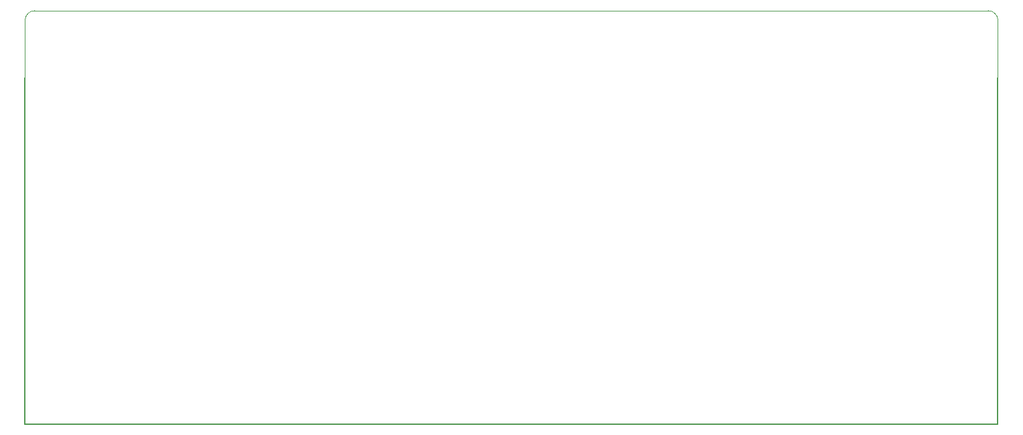
<source format=gm1>
%TF.GenerationSoftware,KiCad,Pcbnew,9.0.5*%
%TF.CreationDate,2025-11-01T11:45:05+01:00*%
%TF.ProjectId,Amiga500 Actionreplay 5,416d6967-6135-4303-9020-416374696f6e,rev?*%
%TF.SameCoordinates,Original*%
%TF.FileFunction,Profile,NP*%
%FSLAX46Y46*%
G04 Gerber Fmt 4.6, Leading zero omitted, Abs format (unit mm)*
G04 Created by KiCad (PCBNEW 9.0.5) date 2025-11-01 11:45:05*
%MOMM*%
%LPD*%
G01*
G04 APERTURE LIST*
%TA.AperFunction,Profile*%
%ADD10C,0.200000*%
%TD*%
%TA.AperFunction,Profile*%
%ADD11C,0.100000*%
%TD*%
G04 APERTURE END LIST*
D10*
X213940000Y-33486400D02*
X213940000Y-79596400D01*
X84400000Y-79596400D02*
X213940000Y-79596400D01*
X84400000Y-33486400D02*
X84400000Y-79596400D01*
D11*
%TO.C,J1*%
X84400000Y-25866399D02*
X84400000Y-33486400D01*
X212670000Y-24596400D02*
X85669999Y-24596400D01*
X213940000Y-33486400D02*
X213940000Y-25866400D01*
X84400000Y-25866399D02*
G75*
G02*
X85669999Y-24596400I1269999J0D01*
G01*
X212670000Y-24596400D02*
G75*
G02*
X213940000Y-25866400I0J-1270000D01*
G01*
%TD*%
M02*

</source>
